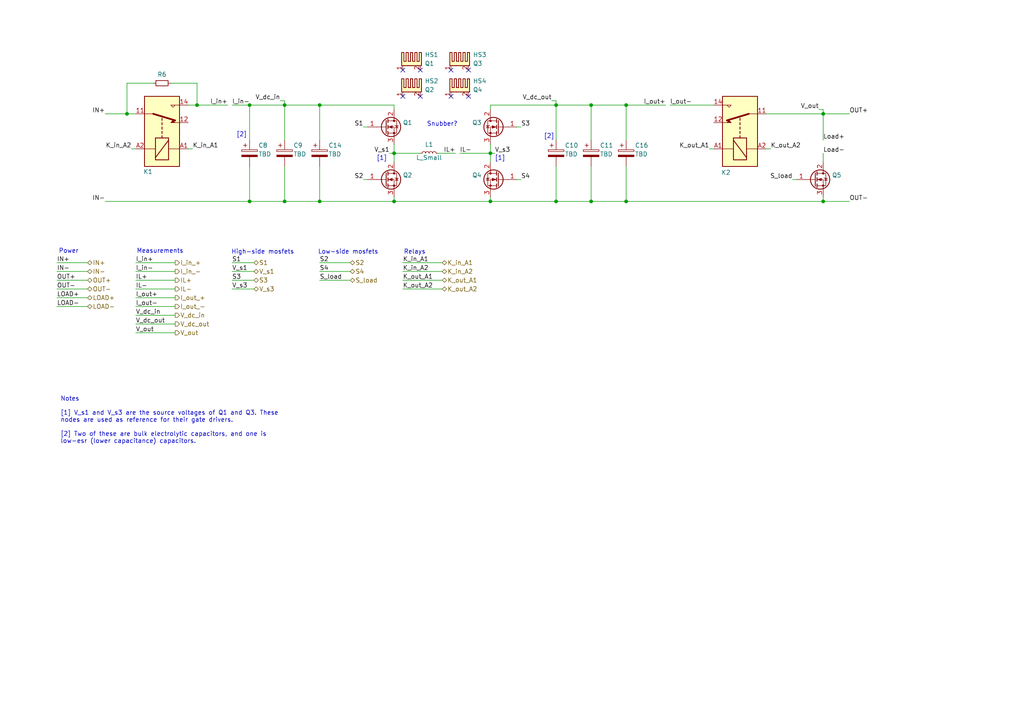
<source format=kicad_sch>
(kicad_sch (version 20231120) (generator "eeschema") (generator_version "8.0")
  (paper "A4")
  (lib_symbols
    (symbol "Device:C_Polarized" (pin_numbers hide) (pin_names (offset 0.254))
      (property "Reference" "C" (at 0.635 2.54 0))
      (property "Value" "C_Polarized" (at 0.635 -2.54 0))
      (symbol "C_Polarized_0_1"
        (rectangle (start -2.286 0.508) (end 2.286 1.016))
        (polyline (pts (xy -1.778 2.286) (xy -0.762 2.286)))
        (polyline (pts (xy -1.27 2.794) (xy -1.27 1.778)))
        (rectangle (start 2.286 -0.508) (end -2.286 -1.016) (fill (type outline)))
      )
      (symbol "C_Polarized_1_1"
        (pin passive line (at 0 3.81 270) (length 2.794) (name "~") (number "1"))
        (pin passive line (at 0 -3.81 90) (length 2.794) (name "~") (number "2"))
      )
    )
    (symbol "Device:L_Small" (pin_numbers hide) (pin_names (offset 0.254) hide)
      (property "Reference" "L" (at 0.762 1.016 0))
      (property "Value" "L_Small" (at 0.762 -1.016 0))
      (symbol "L_Small_0_1"
        (arc (start 0 -2.032) (mid 0.5058 -1.524) (end 0 -1.016))
        (arc (start 0 -1.016) (mid 0.5058 -0.508) (end 0 0))
        (arc (start 0 0) (mid 0.5058 0.508) (end 0 1.016))
        (arc (start 0 1.016) (mid 0.5058 1.524) (end 0 2.032))
      )
      (symbol "L_Small_1_1"
        (pin passive line (at 0 2.54 270) (length 0.508) (name "~") (number "1"))
        (pin passive line (at 0 -2.54 90) (length 0.508) (name "~") (number "2"))
      )
    )
    (symbol "Device:Q_NMOS_GDS" (pin_names (offset 0) hide)
      (property "Reference" "Q" (at 5.08 1.27 0))
      (property "Value" "Q_NMOS_GDS" (at 5.08 -1.27 0))
      (symbol "Q_NMOS_GDS_0_1"
        (polyline (pts (xy 0.254 0) (xy -2.54 0)))
        (polyline (pts (xy 0.254 1.905) (xy 0.254 -1.905)) (stroke (width 0.254)))
        (polyline (pts (xy 0.762 -1.27) (xy 0.762 -2.286)) (stroke (width 0.254)))
        (polyline (pts (xy 0.762 0.508) (xy 0.762 -0.508)) (stroke (width 0.254)))
        (polyline (pts (xy 0.762 2.286) (xy 0.762 1.27)) (stroke (width 0.254)))
        (polyline (pts (xy 2.54 2.54) (xy 2.54 1.778)))
        (polyline (pts (xy 2.54 -2.54) (xy 2.54 0) (xy 0.762 0)))
        (polyline (pts (xy 0.762 -1.778) (xy 3.302 -1.778) (xy 3.302 1.778) (xy 0.762 1.778)))
        (polyline (pts (xy 1.016 0) (xy 2.032 0.381) (xy 2.032 -0.381) (xy 1.016 0)) (fill (type outline)))
        (polyline (pts (xy 2.794 0.508) (xy 2.921 0.381) (xy 3.683 0.381) (xy 3.81 0.254)))
        (polyline (pts (xy 3.302 0.381) (xy 2.921 -0.254) (xy 3.683 -0.254) (xy 3.302 0.381)))
        (circle (center 1.651 0) (radius 2.794) (stroke (width 0.254)))
        (circle (center 2.54 -1.778) (radius 0.254) (fill (type outline)))
        (circle (center 2.54 1.778) (radius 0.254) (fill (type outline)))
      )
      (symbol "Q_NMOS_GDS_1_1"
        (pin input line (at -5.08 0 0) (length 2.54) (name "G") (number "1"))
        (pin passive line (at 2.54 5.08 270) (length 2.54) (name "D") (number "2"))
        (pin passive line (at 2.54 -5.08 90) (length 2.54) (name "S") (number "3"))
      )
    )
    (symbol "Device:R_Small" (pin_numbers hide) (pin_names (offset 0.254) hide)
      (property "Reference" "R" (at 0.762 0.508 0))
      (property "Value" "R_Small" (at 0.762 -1.016 0))
      (symbol "R_Small_0_1"
        (rectangle (start -0.762 1.778) (end 0.762 -1.778) (stroke (width 0.2032)))
      )
      (symbol "R_Small_1_1"
        (pin passive line (at 0 2.54 270) (length 0.762) (name "~") (number "1"))
        (pin passive line (at 0 -2.54 90) (length 0.762) (name "~") (number "2"))
      )
    )
    (symbol "Mechanical:Heatsink_Pad_2Pin" (pin_names (offset 0)) (exclude_from_sim yes)
      (property "Reference" "HS" (at 0 5.715 0))
      (property "Value" "Heatsink_Pad_2Pin" (at 0 3.81 0))
      (symbol "Heatsink_Pad_2Pin_0_1"
        (polyline (pts (xy -0.3302 0) (xy -0.9652 0) (xy -0.9652 2.54) (xy -1.6002 2.54) (xy -1.6002 0) (xy -2.2352 0) (xy -2.2352 2.54) (xy -2.8702 2.54) (xy -2.8702 -1.27) (xy -0.9652 -1.27)) (stroke (width 0.254)) (fill (type background)))
        (polyline (pts (xy -0.3302 0) (xy -0.3302 2.54) (xy 0.3048 2.54) (xy 0.3048 0) (xy 0.9398 0) (xy 0.9398 2.54) (xy 1.5748 2.54) (xy 1.5748 0) (xy 2.2098 0) (xy 2.2098 2.54) (xy 2.8448 2.54) (xy 2.8448 -1.27) (xy -0.9652 -1.27)) (stroke (width 0.254)) (fill (type background)))
      )
      (symbol "Heatsink_Pad_2Pin_1_1"
        (pin passive line (at -2.54 -2.54 90) (length 1.27) (name "~") (number "1"))
        (pin passive line (at 2.54 -2.54 90) (length 1.27) (name "~") (number "2"))
      )
    )
    (symbol "Relay:Relay_SPDT"
      (property "Reference" "K" (at 11.43 3.81 0))
      (property "Value" "Relay_SPDT" (at 11.43 1.27 0))
      (symbol "Relay_SPDT_0_0"
        (polyline (pts (xy 7.62 5.08) (xy 7.62 2.54) (xy 6.985 3.175) (xy 7.62 3.81)))
      )
      (symbol "Relay_SPDT_0_1"
        (rectangle (start -10.16 5.08) (end 10.16 -5.08) (stroke (width 0.254)) (fill (type background)))
        (rectangle (start -8.255 1.905) (end -1.905 -1.905) (stroke (width 0.254)))
        (polyline (pts (xy -7.62 -1.905) (xy -2.54 1.905)) (stroke (width 0.254)))
        (polyline (pts (xy -5.08 -5.08) (xy -5.08 -1.905)))
        (polyline (pts (xy -5.08 5.08) (xy -5.08 1.905)))
        (polyline (pts (xy -1.905 0) (xy -1.27 0)) (stroke (width 0.254)))
        (polyline (pts (xy -0.635 0) (xy 0 0)) (stroke (width 0.254)))
        (polyline (pts (xy 0.635 0) (xy 1.27 0)) (stroke (width 0.254)))
        (polyline (pts (xy 1.905 0) (xy 2.54 0)) (stroke (width 0.254)))
        (polyline (pts (xy 3.175 0) (xy 3.81 0)) (stroke (width 0.254)))
        (polyline (pts (xy 5.08 -2.54) (xy 3.175 3.81)) (stroke (width 0.508)))
        (polyline (pts (xy 5.08 -2.54) (xy 5.08 -5.08)))
        (polyline (pts (xy 2.54 5.08) (xy 2.54 2.54) (xy 3.175 3.175) (xy 2.54 3.81)) (fill (type outline)))
      )
      (symbol "Relay_SPDT_1_1"
        (pin passive line (at 5.08 -7.62 90) (length 2.54) (name "~") (number "11"))
        (pin passive line (at 2.54 7.62 270) (length 2.54) (name "~") (number "12"))
        (pin passive line (at 7.62 7.62 270) (length 2.54) (name "~") (number "14"))
        (pin passive line (at -5.08 7.62 270) (length 2.54) (name "~") (number "A1"))
        (pin passive line (at -5.08 -7.62 90) (length 2.54) (name "~") (number "A2"))
      )
    )
  )
  (junction (at 36.83 33.02))
  (junction (at 238.76 58.42))
  (junction (at 114.3 58.42))
  (junction (at 72.39 58.42))
  (junction (at 92.71 30.48))
  (junction (at 114.3 44.45))
  (junction (at 171.45 58.42))
  (junction (at 181.61 58.42))
  (junction (at 161.29 30.48))
  (junction (at 171.45 30.48))
  (junction (at 238.76 33.02))
  (junction (at 72.39 30.48))
  (junction (at 181.61 30.48))
  (junction (at 82.55 58.42))
  (junction (at 82.55 30.48))
  (junction (at 57.15 30.48))
  (junction (at 161.29 58.42))
  (junction (at 142.24 58.42))
  (junction (at 142.24 44.45))
  (junction (at 92.71 58.42))
  (no_connect (at 135.89 20.32))
  (no_connect (at 135.89 27.94))
  (no_connect (at 130.81 20.32))
  (no_connect (at 116.84 20.32))
  (no_connect (at 121.92 20.32))
  (no_connect (at 121.92 27.94))
  (no_connect (at 130.81 27.94))
  (no_connect (at 116.84 27.94))
  (wire (pts (xy 82.55 48.26) (xy 82.55 58.42)))
  (wire (pts (xy 160.02 29.21) (xy 161.29 29.21)))
  (wire (pts (xy 36.83 24.13) (xy 36.83 33.02)))
  (wire (pts (xy 194.31 30.48) (xy 207.01 30.48)))
  (wire (pts (xy 229.87 52.07) (xy 231.14 52.07)))
  (wire (pts (xy 82.55 29.21) (xy 82.55 30.48)))
  (wire (pts (xy 142.24 44.45) (xy 142.24 46.99)))
  (wire (pts (xy 81.28 29.21) (xy 82.55 29.21)))
  (wire (pts (xy 114.3 58.42) (xy 114.3 57.15)))
  (wire (pts (xy 142.24 30.48) (xy 161.29 30.48)))
  (wire (pts (xy 133.35 44.45) (xy 142.24 44.45)))
  (wire (pts (xy 82.55 58.42) (xy 92.71 58.42)))
  (wire (pts (xy 50.8 86.36) (xy 39.37 86.36)))
  (wire (pts (xy 92.71 30.48) (xy 114.3 30.48)))
  (wire (pts (xy 222.25 33.02) (xy 238.76 33.02)))
  (wire (pts (xy 127 44.45) (xy 132.08 44.45)))
  (wire (pts (xy 92.71 81.28) (xy 101.6 81.28)))
  (wire (pts (xy 238.76 31.75) (xy 238.76 33.02)))
  (wire (pts (xy 67.31 30.48) (xy 72.39 30.48)))
  (wire (pts (xy 238.76 40.64) (xy 238.76 33.02)))
  (wire (pts (xy 238.76 58.42) (xy 246.38 58.42)))
  (wire (pts (xy 92.71 30.48) (xy 92.71 40.64)))
  (wire (pts (xy 82.55 30.48) (xy 72.39 30.48)))
  (wire (pts (xy 25.4 83.82) (xy 16.51 83.82)))
  (wire (pts (xy 114.3 58.42) (xy 142.24 58.42)))
  (wire (pts (xy 113.03 44.45) (xy 114.3 44.45)))
  (wire (pts (xy 38.1 43.18) (xy 39.37 43.18)))
  (wire (pts (xy 25.4 78.74) (xy 16.51 78.74)))
  (wire (pts (xy 25.4 81.28) (xy 16.51 81.28)))
  (wire (pts (xy 181.61 30.48) (xy 193.04 30.48)))
  (wire (pts (xy 114.3 44.45) (xy 114.3 46.99)))
  (wire (pts (xy 116.84 81.28) (xy 128.27 81.28)))
  (wire (pts (xy 49.53 24.13) (xy 57.15 24.13)))
  (wire (pts (xy 50.8 78.74) (xy 39.37 78.74)))
  (wire (pts (xy 72.39 48.26) (xy 72.39 58.42)))
  (wire (pts (xy 57.15 30.48) (xy 66.04 30.48)))
  (wire (pts (xy 82.55 30.48) (xy 82.55 40.64)))
  (wire (pts (xy 30.48 58.42) (xy 72.39 58.42)))
  (wire (pts (xy 92.71 30.48) (xy 82.55 30.48)))
  (wire (pts (xy 161.29 58.42) (xy 171.45 58.42)))
  (wire (pts (xy 142.24 31.75) (xy 142.24 30.48)))
  (wire (pts (xy 67.31 76.2) (xy 73.66 76.2)))
  (wire (pts (xy 171.45 30.48) (xy 171.45 40.64)))
  (wire (pts (xy 67.31 81.28) (xy 73.66 81.28)))
  (wire (pts (xy 149.86 36.83) (xy 151.13 36.83)))
  (wire (pts (xy 149.86 52.07) (xy 151.13 52.07)))
  (wire (pts (xy 171.45 30.48) (xy 181.61 30.48)))
  (wire (pts (xy 50.8 96.52) (xy 39.37 96.52)))
  (wire (pts (xy 50.8 93.98) (xy 39.37 93.98)))
  (wire (pts (xy 57.15 30.48) (xy 54.61 30.48)))
  (wire (pts (xy 114.3 31.75) (xy 114.3 30.48)))
  (wire (pts (xy 171.45 48.26) (xy 171.45 58.42)))
  (wire (pts (xy 92.71 58.42) (xy 114.3 58.42)))
  (wire (pts (xy 181.61 48.26) (xy 181.61 58.42)))
  (wire (pts (xy 142.24 44.45) (xy 143.51 44.45)))
  (wire (pts (xy 105.41 36.83) (xy 106.68 36.83)))
  (wire (pts (xy 54.61 43.18) (xy 55.88 43.18)))
  (wire (pts (xy 114.3 44.45) (xy 121.92 44.45)))
  (wire (pts (xy 105.41 52.07) (xy 106.68 52.07)))
  (wire (pts (xy 72.39 58.42) (xy 82.55 58.42)))
  (wire (pts (xy 222.25 43.18) (xy 223.52 43.18)))
  (wire (pts (xy 72.39 30.48) (xy 72.39 40.64)))
  (wire (pts (xy 30.48 33.02) (xy 36.83 33.02)))
  (wire (pts (xy 67.31 78.74) (xy 73.66 78.74)))
  (wire (pts (xy 114.3 41.91) (xy 114.3 44.45)))
  (wire (pts (xy 50.8 88.9) (xy 39.37 88.9)))
  (wire (pts (xy 181.61 58.42) (xy 238.76 58.42)))
  (wire (pts (xy 116.84 78.74) (xy 128.27 78.74)))
  (wire (pts (xy 116.84 76.2) (xy 128.27 76.2)))
  (wire (pts (xy 238.76 58.42) (xy 238.76 57.15)))
  (wire (pts (xy 57.15 24.13) (xy 57.15 30.48)))
  (wire (pts (xy 171.45 58.42) (xy 181.61 58.42)))
  (wire (pts (xy 142.24 41.91) (xy 142.24 44.45)))
  (wire (pts (xy 161.29 29.21) (xy 161.29 30.48)))
  (wire (pts (xy 205.74 43.18) (xy 207.01 43.18)))
  (wire (pts (xy 25.4 76.2) (xy 16.51 76.2)))
  (wire (pts (xy 238.76 33.02) (xy 246.38 33.02)))
  (wire (pts (xy 161.29 30.48) (xy 161.29 40.64)))
  (wire (pts (xy 50.8 76.2) (xy 39.37 76.2)))
  (wire (pts (xy 67.31 83.82) (xy 73.66 83.82)))
  (wire (pts (xy 142.24 58.42) (xy 142.24 57.15)))
  (wire (pts (xy 237.49 31.75) (xy 238.76 31.75)))
  (wire (pts (xy 92.71 48.26) (xy 92.71 58.42)))
  (wire (pts (xy 25.4 86.36) (xy 16.51 86.36)))
  (wire (pts (xy 116.84 83.82) (xy 128.27 83.82)))
  (wire (pts (xy 50.8 91.44) (xy 39.37 91.44)))
  (wire (pts (xy 36.83 33.02) (xy 39.37 33.02)))
  (wire (pts (xy 161.29 48.26) (xy 161.29 58.42)))
  (wire (pts (xy 238.76 44.45) (xy 238.76 46.99)))
  (wire (pts (xy 50.8 83.82) (xy 39.37 83.82)))
  (wire (pts (xy 92.71 76.2) (xy 101.6 76.2)))
  (wire (pts (xy 50.8 81.28) (xy 39.37 81.28)))
  (wire (pts (xy 92.71 78.74) (xy 101.6 78.74)))
  (wire (pts (xy 44.45 24.13) (xy 36.83 24.13)))
  (wire (pts (xy 25.4 88.9) (xy 16.51 88.9)))
  (wire (pts (xy 181.61 30.48) (xy 181.61 40.64)))
  (wire (pts (xy 161.29 30.48) (xy 171.45 30.48)))
  (wire (pts (xy 142.24 58.42) (xy 161.29 58.42)))
  (text "[1]" (at 145.034 45.974 0) (effects (font (size 1.27 1.27))))
  (text "Low-side mosfets" (at 92.202 73.152 0) (effects (font (size 1.27 1.27)) (justify left)))
  (text "Notes\n\n[1] V_s1 and V_s3 are the source voltages of Q1 and Q3. These \nnodes are used as reference for their gate drivers.\n\n[2] Two of these are bulk electrolytic capacitors, and one is\nlow-esr (lower capacitance) capacitors. " (at 17.526 121.92 0) (effects (font (size 1.27 1.27)) (justify left)))
  (text "[2]" (at 70.104 39.116 0) (effects (font (size 1.27 1.27))))
  (text "Relays" (at 117.094 73.152 0) (effects (font (size 1.27 1.27)) (justify left)))
  (text "[1]" (at 110.744 45.974 0) (effects (font (size 1.27 1.27))))
  (text "Snubber?" (at 128.27 36.068 0) (effects (font (size 1.27 1.27))))
  (text "Power" (at 17.018 72.898 0) (effects (font (size 1.27 1.27)) (justify left)))
  (text "High-side mosfets" (at 67.056 73.152 0) (effects (font (size 1.27 1.27)) (justify left)))
  (text "Measurements" (at 39.624 72.898 0) (effects (font (size 1.27 1.27)) (justify left)))
  (text "[2]" (at 159.258 39.624 0) (effects (font (size 1.27 1.27))))
  (label "IN+" (at 16.51 76.2 0))
  (label "S_load" (at 229.87 52.07 180))
  (label "V_s3" (at 67.31 83.82 0))
  (label "IL+" (at 39.37 81.28 0))
  (label "I_out-" (at 39.37 88.9 0))
  (label "OUT+" (at 16.51 81.28 0))
  (label "IN-" (at 30.48 58.42 180))
  (label "K_in_A1" (at 116.84 76.2 0))
  (label "K_out_A2" (at 116.84 83.82 0))
  (label "LOAD+" (at 16.51 86.36 0))
  (label "I_out+" (at 39.37 86.36 0))
  (label "S1" (at 67.31 76.2 0))
  (label "S2" (at 92.71 76.2 0))
  (label "OUT+" (at 246.38 33.02 0))
  (label "V_dc_in" (at 81.28 29.21 180))
  (label "S1" (at 105.41 36.83 180))
  (label "Load-" (at 238.76 44.45 0))
  (label "I_in-" (at 67.31 30.48 0))
  (label "I_in+" (at 39.37 76.2 0))
  (label "K_out_A1" (at 116.84 81.28 0))
  (label "V_s1" (at 67.31 78.74 0))
  (label "V_s3" (at 143.51 44.45 0))
  (label "V_dc_out" (at 160.02 29.21 180))
  (label "I_out-" (at 194.31 30.48 0))
  (label "K_in_A2" (at 38.1 43.18 180))
  (label "V_out" (at 237.49 31.75 180))
  (label "IN+" (at 30.48 33.02 180))
  (label "V_dc_in" (at 39.37 91.44 0))
  (label "Load+" (at 238.76 40.64 0))
  (label "IL+" (at 132.08 44.45 180))
  (label "V_dc_out" (at 39.37 93.98 0))
  (label "OUT-" (at 246.38 58.42 0))
  (label "I_in-" (at 39.37 78.74 0))
  (label "S3" (at 67.31 81.28 0))
  (label "OUT-" (at 16.51 83.82 0))
  (label "K_out_A1" (at 205.74 43.18 180))
  (label "I_out+" (at 193.04 30.48 180))
  (label "S3" (at 151.13 36.83 0))
  (label "V_s1" (at 113.03 44.45 180))
  (label "K_in_A1" (at 55.88 43.18 0))
  (label "V_out" (at 39.37 96.52 0))
  (label "IL-" (at 39.37 83.82 0))
  (label "IL-" (at 133.35 44.45 0))
  (label "S4" (at 151.13 52.07 0))
  (label "S_load" (at 92.71 81.28 0))
  (label "K_out_A2" (at 223.52 43.18 0))
  (label "LOAD-" (at 16.51 88.9 0))
  (label "IN-" (at 16.51 78.74 0))
  (label "S4" (at 92.71 78.74 0))
  (label "I_in+" (at 66.04 30.48 180))
  (label "K_in_A2" (at 116.84 78.74 0))
  (label "S2" (at 105.41 52.07 180))
  (hierarchical_label "LOAD-" (shape bidirectional) (at 25.4 88.9 0))
  (hierarchical_label "I_in_+" (shape output) (at 50.8 76.2 0))
  (hierarchical_label "V_s3" (shape bidirectional) (at 73.66 83.82 0))
  (hierarchical_label "IL+" (shape output) (at 50.8 81.28 0))
  (hierarchical_label "S4" (shape bidirectional) (at 101.6 78.74 0))
  (hierarchical_label "V_s1" (shape bidirectional) (at 73.66 78.74 0))
  (hierarchical_label "K_in_A2" (shape bidirectional) (at 128.27 78.74 0))
  (hierarchical_label "V_dc_in" (shape output) (at 50.8 91.44 0))
  (hierarchical_label "I_out_+" (shape output) (at 50.8 86.36 0))
  (hierarchical_label "IN-" (shape bidirectional) (at 25.4 78.74 0))
  (hierarchical_label "S3" (shape bidirectional) (at 73.66 81.28 0))
  (hierarchical_label "OUT+" (shape bidirectional) (at 25.4 81.28 0))
  (hierarchical_label "K_out_A2" (shape bidirectional) (at 128.27 83.82 0))
  (hierarchical_label "S1" (shape bidirectional) (at 73.66 76.2 0))
  (hierarchical_label "LOAD+" (shape bidirectional) (at 25.4 86.36 0))
  (hierarchical_label "V_dc_out" (shape output) (at 50.8 93.98 0))
  (hierarchical_label "OUT-" (shape bidirectional) (at 25.4 83.82 0))
  (hierarchical_label "IL-" (shape output) (at 50.8 83.82 0))
  (hierarchical_label "S2" (shape bidirectional) (at 101.6 76.2 0))
  (hierarchical_label "I_out_-" (shape output) (at 50.8 88.9 0))
  (hierarchical_label "V_out" (shape output) (at 50.8 96.52 0))
  (hierarchical_label "IN+" (shape bidirectional) (at 25.4 76.2 0))
  (hierarchical_label "K_out_A1" (shape bidirectional) (at 128.27 81.28 0))
  (hierarchical_label "K_in_A1" (shape bidirectional) (at 128.27 76.2 0))
  (hierarchical_label "I_in_-" (shape output) (at 50.8 78.74 0))
  (hierarchical_label "S_load" (shape bidirectional) (at 101.6 81.28 0))
  (symbol (lib_id "Device:C_Polarized") (at 82.55 44.45 0) (unit 1)
    (property "Reference" "C9" (at 85.09 42.164 0) (effects (justify left)))
    (property "Value" "TBD" (at 85.09 44.704 0) (effects (justify left)))
    (property "Footprint" "Capacitor_THT:CP_Radial_D18.0mm_P7.50mm" (effects (hide yes)))
    (property "Description" "Polarized capacitor" (effects (hide yes)))
  )
  (symbol (lib_id "Device:Q_NMOS_GDS") (at 236.22 52.07 0) (unit 1)
    (property "Reference" "Q5" (at 241.3 50.8 0) (effects (justify left)))
    (property "Value" "Q_NMOS_GDS" (effects (hide yes)))
    (property "Footprint" "Package_TO_SOT_THT:TO-220-3_Vertical" (effects (hide yes)))
    (property "Description" "N-MOSFET transistor, gate/drain/source" (effects (hide yes)))
  )
  (symbol (lib_id "Mechanical:Heatsink_Pad_2Pin") (at 119.38 25.4 0) (unit 1) (exclude_from_sim yes)
    (property "Reference" "HS2" (at 123.19 23.4949 0) (effects (justify left)))
    (property "Value" "Q2" (at 123.19 26.0349 0) (effects (justify left)))
    (property "Footprint" "Heatsink:Heatsink_Stonecold_HS-132_32x14mm_2xFixation1.5mm" (effects (hide yes)))
    (property "Description" "Heatsink with electrical connection, 2 pin" (effects (hide yes)))
  )
  (symbol (lib_id "Device:C_Polarized") (at 92.71 44.45 0) (unit 1)
    (property "Reference" "C14" (at 95.25 42.164 0) (effects (justify left)))
    (property "Value" "TBD" (at 95.25 44.704 0) (effects (justify left)))
    (property "Footprint" "CL_Capacitor_PTH:C_Rect_L43.0mm_W36.0mm_P37.50_27.50_22.50mm_S20.3_10.2mm_Film" (effects (hide yes)))
    (property "Description" "Polarized capacitor" (effects (hide yes)))
  )
  (symbol (lib_id "Device:Q_NMOS_GDS") (at 111.76 36.83 0) (unit 1)
    (property "Reference" "Q1" (at 116.84 35.56 0) (effects (justify left)))
    (property "Value" "Q_NMOS_GDS" (effects (hide yes)))
    (property "Footprint" "Package_TO_SOT_THT:TO-220-3_Vertical" (effects (hide yes)))
    (property "Description" "N-MOSFET transistor, gate/drain/source" (effects (hide yes)))
  )
  (symbol (lib_id "Device:C_Polarized") (at 171.45 44.45 0) (unit 1)
    (property "Reference" "C11" (at 173.99 42.164 0) (effects (justify left)))
    (property "Value" "TBD" (at 173.99 44.704 0) (effects (justify left)))
    (property "Footprint" "Capacitor_THT:CP_Radial_D18.0mm_P7.50mm" (effects (hide yes)))
    (property "Description" "Polarized capacitor" (effects (hide yes)))
  )
  (symbol (lib_id "Device:R_Small") (at 46.99 24.13 90) (unit 1)
    (property "Reference" "R6" (at 46.99 21.59 90))
    (property "Value" "R_Small" (effects (hide yes)))
    (property "Description" "Resistor, small symbol" (effects (hide yes)))
  )
  (symbol (lib_id "Device:C_Polarized") (at 72.39 44.45 0) (unit 1)
    (property "Reference" "C8" (at 74.93 42.164 0) (effects (justify left)))
    (property "Value" "TBD" (at 74.93 44.704 0) (effects (justify left)))
    (property "Footprint" "Capacitor_THT:CP_Radial_D18.0mm_P7.50mm" (effects (hide yes)))
    (property "Description" "Polarized capacitor" (effects (hide yes)))
  )
  (symbol (lib_id "Device:Q_NMOS_GDS") (at 144.78 36.83 0) (mirror y) (unit 1)
    (property "Reference" "Q3" (at 139.7 35.56 0) (effects (justify left)))
    (property "Value" "Q_NMOS_GDS" (effects (hide yes)))
    (property "Footprint" "Package_TO_SOT_THT:TO-220-3_Vertical" (effects (hide yes)))
    (property "Description" "N-MOSFET transistor, gate/drain/source" (effects (hide yes)))
  )
  (symbol (lib_id "Mechanical:Heatsink_Pad_2Pin") (at 133.35 25.4 0) (unit 1) (exclude_from_sim yes)
    (property "Reference" "HS4" (at 137.16 23.4949 0) (effects (justify left)))
    (property "Value" "Q4" (at 137.16 26.0349 0) (effects (justify left)))
    (property "Footprint" "Heatsink:Heatsink_Stonecold_HS-132_32x14mm_2xFixation1.5mm" (effects (hide yes)))
    (property "Description" "Heatsink with electrical connection, 2 pin" (effects (hide yes)))
  )
  (symbol (lib_id "Device:C_Polarized") (at 161.29 44.45 0) (unit 1)
    (property "Reference" "C10" (at 163.83 42.164 0) (effects (justify left)))
    (property "Value" "TBD" (at 163.83 44.704 0) (effects (justify left)))
    (property "Footprint" "Capacitor_THT:CP_Radial_D18.0mm_P7.50mm" (effects (hide yes)))
    (property "Description" "Polarized capacitor" (effects (hide yes)))
  )
  (symbol (lib_id "Relay:Relay_SPDT") (at 214.63 38.1 90) (unit 1)
    (property "Reference" "K2" (at 210.566 50.038 90))
    (property "Value" "Relay_SPDT" (effects (hide yes)))
    (property "Description" "Relay SPDT, monostable, EN50005" (effects (hide yes)))
  )
  (symbol (lib_id "Relay:Relay_SPDT") (at 46.99 38.1 270) (mirror x) (unit 1)
    (property "Reference" "K1" (at 42.926 49.784 90))
    (property "Value" "Relay_SPDT" (effects (hide yes)))
    (property "Description" "Relay SPDT, monostable, EN50005" (effects (hide yes)))
  )
  (symbol (lib_id "Device:Q_NMOS_GDS") (at 111.76 52.07 0) (unit 1)
    (property "Reference" "Q2" (at 116.84 50.8 0) (effects (justify left)))
    (property "Value" "Q_NMOS_GDS" (effects (hide yes)))
    (property "Footprint" "Package_TO_SOT_THT:TO-220-3_Vertical" (effects (hide yes)))
    (property "Description" "N-MOSFET transistor, gate/drain/source" (effects (hide yes)))
  )
  (symbol (lib_id "Device:L_Small") (at 124.46 44.45 90) (unit 1)
    (property "Reference" "L1" (at 124.46 41.91 90))
    (property "Value" "L_Small" (at 124.46 45.72 90))
    (property "Description" "Inductor, small symbol" (effects (hide yes)))
  )
  (symbol (lib_id "Device:Q_NMOS_GDS") (at 144.78 52.07 0) (mirror y) (unit 1)
    (property "Reference" "Q4" (at 139.7 50.8 0) (effects (justify left)))
    (property "Value" "Q_NMOS_GDS" (effects (hide yes)))
    (property "Footprint" "Package_TO_SOT_THT:TO-220-3_Vertical" (effects (hide yes)))
    (property "Description" "N-MOSFET transistor, gate/drain/source" (effects (hide yes)))
  )
  (symbol (lib_id "Mechanical:Heatsink_Pad_2Pin") (at 133.35 17.78 0) (unit 1) (exclude_from_sim yes)
    (property "Reference" "HS3" (at 137.16 15.8749 0) (effects (justify left)))
    (property "Value" "Q3" (at 137.16 18.4149 0) (effects (justify left)))
    (property "Footprint" "Heatsink:Heatsink_Stonecold_HS-132_32x14mm_2xFixation1.5mm" (effects (hide yes)))
    (property "Description" "Heatsink with electrical connection, 2 pin" (effects (hide yes)))
  )
  (symbol (lib_id "Mechanical:Heatsink_Pad_2Pin") (at 119.38 17.78 0) (unit 1) (exclude_from_sim yes)
    (property "Reference" "HS1" (at 123.19 15.8749 0) (effects (justify left)))
    (property "Value" "Q1" (at 123.19 18.4149 0) (effects (justify left)))
    (property "Footprint" "Heatsink:Heatsink_Stonecold_HS-132_32x14mm_2xFixation1.5mm" (effects (hide yes)))
    (property "Description" "Heatsink with electrical connection, 2 pin" (effects (hide yes)))
  )
  (symbol (lib_id "Device:C_Polarized") (at 181.61 44.45 0) (unit 1)
    (property "Reference" "C16" (at 184.15 42.164 0) (effects (justify left)))
    (property "Value" "TBD" (at 184.15 44.704 0) (effects (justify left)))
    (property "Footprint" "CL_Capacitor_PTH:C_Rect_L43.0mm_W36.0mm_P37.50_27.50_22.50mm_S20.3_10.2mm_Film" (effects (hide yes)))
    (property "Description" "Polarized capacitor" (effects (hide yes)))
  )
)
</source>
